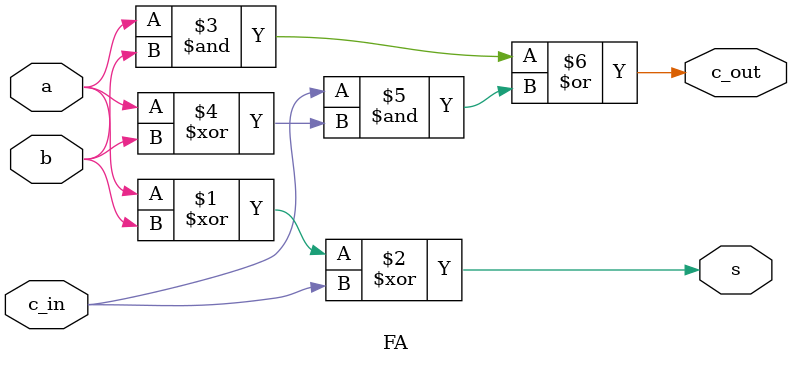
<source format=sv>
module part1(
    input logic [3:0] a, b,
    input logic c_in,
    output logic [3:0] s, c_out
);
    //4-bit ripple-carry adder circuit
    FA fa0 (a[0], b[0], c_in, s[0], c_out[0]);
    FA fa1 (a[1], b[1], c_out[0], s[1], c_out[1]);
    FA fa2 (a[2], b[2], c_out[1], s[2], c_out[2]);
    FA fa3 (a[3], b[3], c_out[2], s[3], c_out[3]);

endmodule

module FA(
    input logic a, b, c_in,
    output logic s, c_out
);
    assign s = a ^ b ^ c_in;
    assign c_out = (a & b) | (c_in & (a ^ b));
endmodule
</source>
